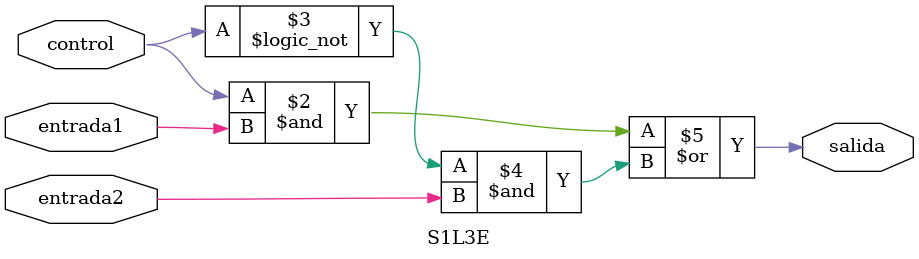
<source format=v>
module S1L3E(entrada1, entrada2, control, salida);
	input entrada1, entrada2, control;
	output reg salida;
	
	always @(entrada1, entrada2, control)
		begin
			salida = (control&entrada1)|(!control&entrada2);
		
		end

endmodule

</source>
